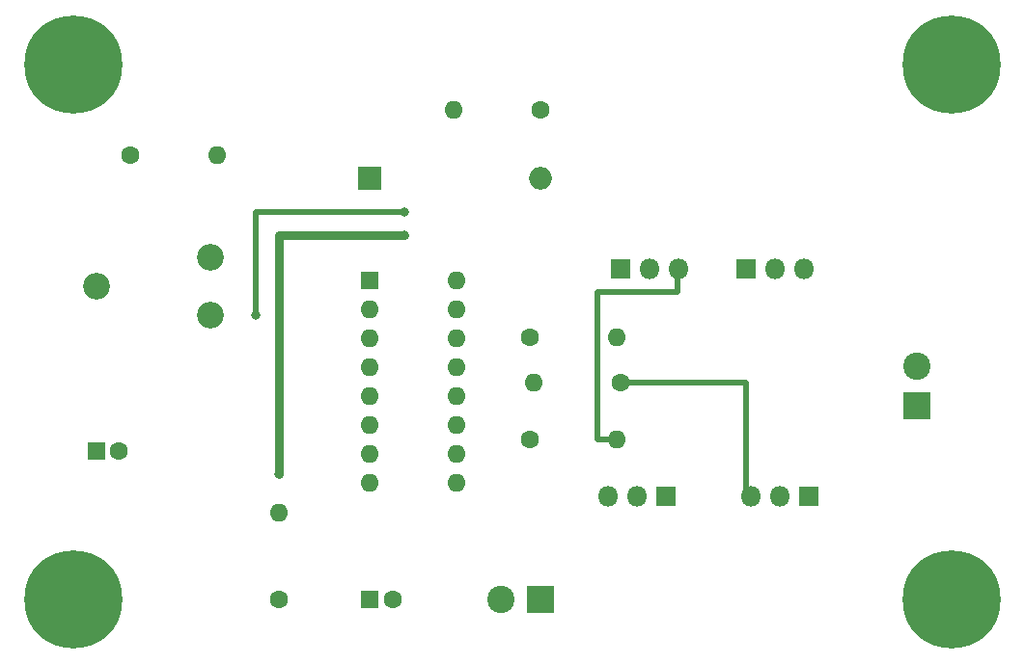
<source format=gbr>
%TF.GenerationSoftware,KiCad,Pcbnew,(5.1.6)-1*%
%TF.CreationDate,2021-09-26T22:49:30+03:00*%
%TF.ProjectId,emitter,656d6974-7465-4722-9e6b-696361645f70,rev?*%
%TF.SameCoordinates,Original*%
%TF.FileFunction,Copper,L1,Top*%
%TF.FilePolarity,Positive*%
%FSLAX46Y46*%
G04 Gerber Fmt 4.6, Leading zero omitted, Abs format (unit mm)*
G04 Created by KiCad (PCBNEW (5.1.6)-1) date 2021-09-26 22:49:30*
%MOMM*%
%LPD*%
G01*
G04 APERTURE LIST*
%TA.AperFunction,ComponentPad*%
%ADD10C,2.400000*%
%TD*%
%TA.AperFunction,ComponentPad*%
%ADD11R,2.400000X2.400000*%
%TD*%
%TA.AperFunction,ComponentPad*%
%ADD12R,2.000000X2.000000*%
%TD*%
%TA.AperFunction,ComponentPad*%
%ADD13O,2.000000X2.000000*%
%TD*%
%TA.AperFunction,ComponentPad*%
%ADD14R,1.600000X1.600000*%
%TD*%
%TA.AperFunction,ComponentPad*%
%ADD15C,1.600000*%
%TD*%
%TA.AperFunction,ComponentPad*%
%ADD16C,8.600000*%
%TD*%
%TA.AperFunction,ComponentPad*%
%ADD17C,0.900000*%
%TD*%
%TA.AperFunction,ComponentPad*%
%ADD18O,1.800000X1.800000*%
%TD*%
%TA.AperFunction,ComponentPad*%
%ADD19R,1.800000X1.800000*%
%TD*%
%TA.AperFunction,ComponentPad*%
%ADD20O,1.600000X1.600000*%
%TD*%
%TA.AperFunction,ComponentPad*%
%ADD21C,2.340000*%
%TD*%
%TA.AperFunction,ViaPad*%
%ADD22C,0.800000*%
%TD*%
%TA.AperFunction,Conductor*%
%ADD23C,0.750000*%
%TD*%
%TA.AperFunction,Conductor*%
%ADD24C,0.500000*%
%TD*%
G04 APERTURE END LIST*
D10*
%TO.P,J2,2*%
%TO.N,GND*%
X96500000Y-125000000D03*
D11*
%TO.P,J2,1*%
%TO.N,+5V*%
X100000000Y-125000000D03*
%TD*%
D12*
%TO.P,C1,1*%
%TO.N,Net-(C1-Pad1)*%
X85000000Y-88000000D03*
D13*
%TO.P,C1,2*%
%TO.N,GND*%
X100000000Y-88000000D03*
%TD*%
D14*
%TO.P,C2,1*%
%TO.N,+5V*%
X85000000Y-125000000D03*
D15*
%TO.P,C2,2*%
%TO.N,GND*%
X87000000Y-125000000D03*
%TD*%
%TO.P,C3,2*%
%TO.N,Net-(C3-Pad2)*%
X63000000Y-112000000D03*
D14*
%TO.P,C3,1*%
%TO.N,Net-(C3-Pad1)*%
X61000000Y-112000000D03*
%TD*%
D16*
%TO.P,H1,1*%
%TO.N,GND*%
X59000000Y-78000000D03*
D17*
X62225000Y-78000000D03*
X61280419Y-80280419D03*
X59000000Y-81225000D03*
X56719581Y-80280419D03*
X55775000Y-78000000D03*
X56719581Y-75719581D03*
X59000000Y-74775000D03*
X61280419Y-75719581D03*
%TD*%
%TO.P,H2,1*%
%TO.N,GND*%
X61280419Y-122719581D03*
X59000000Y-121775000D03*
X56719581Y-122719581D03*
X55775000Y-125000000D03*
X56719581Y-127280419D03*
X59000000Y-128225000D03*
X61280419Y-127280419D03*
X62225000Y-125000000D03*
D16*
X59000000Y-125000000D03*
%TD*%
%TO.P,H3,1*%
%TO.N,GND*%
X136000000Y-78000000D03*
D17*
X139225000Y-78000000D03*
X138280419Y-80280419D03*
X136000000Y-81225000D03*
X133719581Y-80280419D03*
X132775000Y-78000000D03*
X133719581Y-75719581D03*
X136000000Y-74775000D03*
X138280419Y-75719581D03*
%TD*%
%TO.P,H4,1*%
%TO.N,GND*%
X138280419Y-122719581D03*
X136000000Y-121775000D03*
X133719581Y-122719581D03*
X132775000Y-125000000D03*
X133719581Y-127280419D03*
X136000000Y-128225000D03*
X138280419Y-127280419D03*
X139225000Y-125000000D03*
D16*
X136000000Y-125000000D03*
%TD*%
D11*
%TO.P,J1,1*%
%TO.N,Net-(J1-Pad1)*%
X133000000Y-108000000D03*
D10*
%TO.P,J1,2*%
%TO.N,Net-(J1-Pad2)*%
X133000000Y-104500000D03*
%TD*%
D18*
%TO.P,Q1,3*%
%TO.N,Net-(Q1-Pad3)*%
X118460000Y-116000000D03*
%TO.P,Q1,2*%
%TO.N,Net-(J1-Pad2)*%
X121000000Y-116000000D03*
D19*
%TO.P,Q1,1*%
%TO.N,+5V*%
X123540000Y-116000000D03*
%TD*%
%TO.P,Q2,1*%
%TO.N,+5V*%
X111000000Y-116000000D03*
D18*
%TO.P,Q2,2*%
%TO.N,Net-(J1-Pad1)*%
X108460000Y-116000000D03*
%TO.P,Q2,3*%
%TO.N,Net-(Q2-Pad3)*%
X105920000Y-116000000D03*
%TD*%
D19*
%TO.P,Q3,1*%
%TO.N,GND*%
X118000000Y-96000000D03*
D18*
%TO.P,Q3,2*%
%TO.N,Net-(J1-Pad2)*%
X120540000Y-96000000D03*
%TO.P,Q3,3*%
%TO.N,Net-(Q3-Pad3)*%
X123080000Y-96000000D03*
%TD*%
D19*
%TO.P,Q4,1*%
%TO.N,GND*%
X107000000Y-96000000D03*
D18*
%TO.P,Q4,2*%
%TO.N,Net-(J1-Pad1)*%
X109540000Y-96000000D03*
%TO.P,Q4,3*%
%TO.N,Net-(Q4-Pad3)*%
X112080000Y-96000000D03*
%TD*%
D15*
%TO.P,R1,1*%
%TO.N,+5V*%
X77000000Y-125000000D03*
D20*
%TO.P,R1,2*%
%TO.N,Net-(C1-Pad1)*%
X77000000Y-117380000D03*
%TD*%
%TO.P,R2,2*%
%TO.N,Net-(R2-Pad2)*%
X99380000Y-106000000D03*
D15*
%TO.P,R2,1*%
%TO.N,Net-(Q1-Pad3)*%
X107000000Y-106000000D03*
%TD*%
D20*
%TO.P,R3,2*%
%TO.N,Net-(Q2-Pad3)*%
X106620000Y-102000000D03*
D15*
%TO.P,R3,1*%
%TO.N,Net-(R3-Pad1)*%
X99000000Y-102000000D03*
%TD*%
%TO.P,R4,1*%
%TO.N,Net-(C3-Pad1)*%
X64000000Y-86000000D03*
D20*
%TO.P,R4,2*%
%TO.N,Net-(R4-Pad2)*%
X71620000Y-86000000D03*
%TD*%
%TO.P,R5,2*%
%TO.N,Net-(R5-Pad2)*%
X92380000Y-82000000D03*
D15*
%TO.P,R5,1*%
%TO.N,Net-(Q3-Pad3)*%
X100000000Y-82000000D03*
%TD*%
D20*
%TO.P,R6,2*%
%TO.N,Net-(Q4-Pad3)*%
X106620000Y-111000000D03*
D15*
%TO.P,R6,1*%
%TO.N,Net-(R6-Pad1)*%
X99000000Y-111000000D03*
%TD*%
D21*
%TO.P,RV1,3*%
%TO.N,Net-(RV1-Pad3)*%
X71000000Y-100000000D03*
%TO.P,RV1,2*%
%TO.N,Net-(C3-Pad1)*%
X61000000Y-97500000D03*
%TO.P,RV1,1*%
X71000000Y-95000000D03*
%TD*%
D14*
%TO.P,U1,1*%
%TO.N,Net-(C1-Pad1)*%
X85000000Y-97000000D03*
D20*
%TO.P,U1,9*%
%TO.N,Net-(R6-Pad1)*%
X92620000Y-114780000D03*
%TO.P,U1,2*%
%TO.N,Net-(RV1-Pad3)*%
X85000000Y-99540000D03*
%TO.P,U1,10*%
%TO.N,Net-(R2-Pad2)*%
X92620000Y-112240000D03*
%TO.P,U1,3*%
%TO.N,Net-(R4-Pad2)*%
X85000000Y-102080000D03*
%TO.P,U1,11*%
%TO.N,Net-(R2-Pad2)*%
X92620000Y-109700000D03*
%TO.P,U1,4*%
%TO.N,Net-(C3-Pad2)*%
X85000000Y-104620000D03*
%TO.P,U1,12*%
%TO.N,Net-(R3-Pad1)*%
X92620000Y-107160000D03*
%TO.P,U1,5*%
%TO.N,Net-(RV1-Pad3)*%
X85000000Y-107160000D03*
%TO.P,U1,13*%
%TO.N,N/C*%
X92620000Y-104620000D03*
%TO.P,U1,6*%
%TO.N,Net-(R6-Pad1)*%
X85000000Y-109700000D03*
%TO.P,U1,14*%
%TO.N,Net-(R3-Pad1)*%
X92620000Y-102080000D03*
%TO.P,U1,7*%
%TO.N,Net-(C3-Pad2)*%
X85000000Y-112240000D03*
%TO.P,U1,15*%
%TO.N,Net-(R5-Pad2)*%
X92620000Y-99540000D03*
%TO.P,U1,8*%
%TO.N,GND*%
X85000000Y-114780000D03*
%TO.P,U1,16*%
%TO.N,N/C*%
X92620000Y-97000000D03*
%TD*%
D22*
%TO.N,Net-(C1-Pad1)*%
X77000000Y-114000000D03*
X88000000Y-93000000D03*
%TO.N,Net-(RV1-Pad3)*%
X75000000Y-100000000D03*
X88000000Y-91000000D03*
%TD*%
D23*
%TO.N,Net-(C1-Pad1)*%
X77000000Y-114000000D02*
X77000000Y-93000000D01*
X77000000Y-93000000D02*
X88000000Y-93000000D01*
D24*
%TO.N,Net-(Q1-Pad3)*%
X107000000Y-106000000D02*
X118000000Y-106000000D01*
X118000000Y-115540000D02*
X118460000Y-116000000D01*
X118000000Y-106000000D02*
X118000000Y-115540000D01*
%TO.N,Net-(Q4-Pad3)*%
X106620000Y-111000000D02*
X105000000Y-111000000D01*
X105000000Y-111000000D02*
X105000000Y-98000000D01*
X105000000Y-98000000D02*
X112000000Y-98000000D01*
X112000000Y-96080000D02*
X112080000Y-96000000D01*
X112000000Y-98000000D02*
X112000000Y-96080000D01*
%TO.N,Net-(RV1-Pad3)*%
X75000000Y-100000000D02*
X75000000Y-91000000D01*
X75000000Y-91000000D02*
X88000000Y-91000000D01*
%TD*%
M02*

</source>
